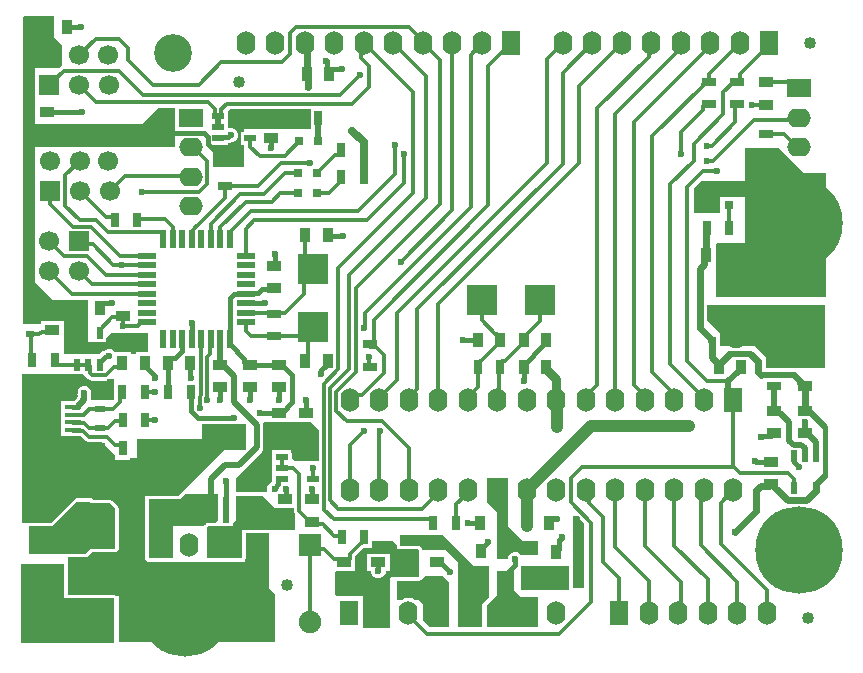
<source format=gtl>
G04*
G04 #@! TF.GenerationSoftware,Altium Limited,Altium Designer,22.5.1 (42)*
G04*
G04 Layer_Physical_Order=1*
G04 Layer_Color=255*
%FSLAX44Y44*%
%MOMM*%
G71*
G04*
G04 #@! TF.SameCoordinates,34FB0FCD-49E4-40E2-9EDC-7902339FC661*
G04*
G04*
G04 #@! TF.FilePolarity,Positive*
G04*
G01*
G75*
%ADD12C,0.6000*%
%ADD13C,0.3000*%
%ADD14C,0.4000*%
%ADD15R,0.6858X0.5588*%
%ADD16R,1.9000X1.9000*%
%ADD17R,1.4000X1.6000*%
%ADD18R,1.3500X0.4000*%
%ADD19R,0.6000X2.2000*%
%ADD20R,3.5000X2.2000*%
%ADD21R,1.3000X0.9000*%
%ADD22R,1.5000X0.5500*%
%ADD23R,0.5500X1.5000*%
%ADD24R,1.0000X0.5500*%
%ADD25R,0.5500X1.0000*%
%ADD26R,2.7000X2.0000*%
%ADD27R,1.6000X3.0000*%
%ADD28R,0.8000X0.8000*%
%ADD29R,1.3000X0.7000*%
%ADD30R,0.7000X1.3000*%
%ADD31R,0.9000X0.6000*%
%ADD32R,2.5000X2.6000*%
%ADD33R,2.6000X2.5000*%
%ADD34R,0.9000X1.3000*%
%ADD64R,1.9000X1.9000*%
%ADD65C,1.9000*%
%ADD68C,1.0160*%
%ADD69C,0.5000*%
%ADD70C,0.8000*%
%ADD71C,1.0000*%
%ADD72C,0.7000*%
%ADD73O,1.6000X2.0000*%
%ADD74R,1.6000X2.0000*%
%ADD75R,2.0000X1.6000*%
%ADD76O,2.0000X1.6000*%
%ADD77C,3.0000*%
G04:AMPARAMS|DCode=78|XSize=2mm|YSize=1.2mm|CornerRadius=0.36mm|HoleSize=0mm|Usage=FLASHONLY|Rotation=0.000|XOffset=0mm|YOffset=0mm|HoleType=Round|Shape=RoundedRectangle|*
%AMROUNDEDRECTD78*
21,1,2.0000,0.4800,0,0,0.0*
21,1,1.2800,1.2000,0,0,0.0*
1,1,0.7200,0.6400,-0.2400*
1,1,0.7200,-0.6400,-0.2400*
1,1,0.7200,-0.6400,0.2400*
1,1,0.7200,0.6400,0.2400*
%
%ADD78ROUNDEDRECTD78*%
%ADD79R,1.7000X1.7000*%
%ADD80C,1.7000*%
%ADD81C,3.2000*%
%ADD82C,7.4000*%
%ADD83C,0.6000*%
G36*
X246500Y435500D02*
X246000Y435000D01*
X190000D01*
Y433250D01*
X187500D01*
Y421750D01*
X190000D01*
Y403000D01*
X164000D01*
Y420000D01*
X163423Y420577D01*
X163909Y421750D01*
X176500D01*
Y423152D01*
X176709D01*
X178660Y423540D01*
X179348Y424000D01*
X180194D01*
X182399Y424913D01*
X184087Y426601D01*
X185000Y428806D01*
Y431194D01*
X184087Y433399D01*
X182399Y435087D01*
X180194Y436000D01*
X177806D01*
X177556Y435896D01*
X176500Y436602D01*
Y440750D01*
Y451011D01*
X177901Y452412D01*
X246500D01*
Y435500D01*
D02*
G37*
G36*
X664000Y398000D02*
X683000D01*
Y293000D01*
X590000D01*
Y338000D01*
X591000Y339000D01*
X614000D01*
Y378000D01*
X593000D01*
Y364000D01*
X571000D01*
Y385000D01*
X577000Y391000D01*
X614000D01*
Y419000D01*
X643000D01*
X664000Y398000D01*
D02*
G37*
G36*
X29000Y513000D02*
X36000Y506000D01*
Y489000D01*
X35687Y488688D01*
X35644Y488679D01*
X34156Y487684D01*
X33471Y487000D01*
X13000D01*
Y440000D01*
X104000D01*
X117412Y453412D01*
X132000D01*
Y434000D01*
X131348Y433000D01*
X130000D01*
X132000Y431000D01*
Y420721D01*
X131905Y420000D01*
X13000D01*
Y306000D01*
X28000Y291000D01*
X58000D01*
Y266000D01*
Y255000D01*
X70000D01*
X70000Y255000D01*
X73750D01*
Y258750D01*
X78000Y263000D01*
X109000D01*
Y246500D01*
X98500D01*
Y245000D01*
X94500D01*
Y246500D01*
X80985D01*
X79399Y248086D01*
X77193Y249000D01*
X74806D01*
X72601Y248086D01*
X72196Y247681D01*
X70416Y247327D01*
X68762Y246222D01*
X67540Y245000D01*
X38000D01*
Y270000D01*
X37500D01*
Y272500D01*
X18500D01*
Y270000D01*
X4000D01*
X3000Y271000D01*
Y530000D01*
X4000Y531000D01*
X29000D01*
Y513000D01*
D02*
G37*
G36*
X682000Y233000D02*
X656591D01*
X656000Y233118D01*
X655409Y233000D01*
X632000D01*
Y242000D01*
X622000Y252000D01*
X593000D01*
Y263000D01*
X582118Y273883D01*
Y286000D01*
X682000D01*
Y233000D01*
D02*
G37*
G36*
X55402Y226598D02*
X56127Y225513D01*
X57884Y223756D01*
X59373Y222761D01*
X61129Y222412D01*
X73000D01*
X74756Y222761D01*
X76244Y223756D01*
X76489Y224000D01*
X80000D01*
Y206000D01*
X60416D01*
Y209398D01*
X61000Y210807D01*
Y213193D01*
X60086Y215399D01*
X58399Y217087D01*
X56193Y218000D01*
X53807D01*
X51601Y217087D01*
X49913Y215399D01*
X49000Y213193D01*
Y210807D01*
X49201Y210321D01*
Y208416D01*
X48913Y208128D01*
X48521Y207181D01*
X46438Y205098D01*
X45000D01*
X44507Y205000D01*
X35250D01*
Y197000D01*
X35000D01*
Y176000D01*
X35250D01*
Y175500D01*
X45057D01*
X45500Y175412D01*
X52000D01*
Y175000D01*
X56000Y171000D01*
X56887D01*
X57244Y170761D01*
X59000Y170412D01*
X69588D01*
X81000Y159000D01*
Y155500D01*
X94000D01*
Y157000D01*
X100000D01*
Y173000D01*
X154000D01*
X155000Y174000D01*
Y185902D01*
X178629D01*
X180807Y185000D01*
X183193D01*
X185399Y185913D01*
X185485Y186000D01*
X192000D01*
Y165067D01*
X190933Y164000D01*
X174000D01*
X138819Y128819D01*
X138432Y128560D01*
X137837Y128163D01*
X137837Y128163D01*
X134733Y125059D01*
X110000D01*
X109705Y125000D01*
X106000D01*
Y71000D01*
X108000Y69000D01*
X109705D01*
X110000Y68941D01*
X129000D01*
X129000Y68941D01*
X129295Y69000D01*
X191000D01*
Y70928D01*
X191326Y71416D01*
X191559Y72587D01*
Y92559D01*
X191941Y92941D01*
X211000D01*
Y47000D01*
X216000Y42000D01*
Y1000D01*
X84000D01*
Y40000D01*
X82272D01*
X82163Y40163D01*
X81171Y40826D01*
X80000Y41059D01*
X41059D01*
Y67000D01*
X41000Y67295D01*
Y70000D01*
Y72941D01*
X56000D01*
X57171Y73174D01*
X57568Y73440D01*
X58163Y73837D01*
X58163Y73837D01*
X61267Y76941D01*
X81000D01*
X82170Y77174D01*
X83163Y77837D01*
X83826Y78829D01*
X84059Y80000D01*
Y114000D01*
X84059Y114000D01*
X83826Y115170D01*
X83163Y116163D01*
X83163Y116163D01*
X78663Y120663D01*
X77670Y121326D01*
X76500Y121559D01*
X76500Y121559D01*
X62566D01*
X62163Y122163D01*
X61171Y122826D01*
X60000Y123059D01*
X49000D01*
X49000Y123059D01*
X47829Y122826D01*
X46837Y122163D01*
X46837Y122163D01*
X26733Y102059D01*
X8000D01*
X6830Y101826D01*
X2174D01*
X2000Y102000D01*
Y228000D01*
X54000D01*
X55402Y226598D01*
D02*
G37*
G36*
X253412Y180588D02*
Y154000D01*
X233000D01*
X231000Y156000D01*
Y161000D01*
X230000Y162000D01*
Y163750D01*
X214000D01*
Y152250D01*
Y138743D01*
X213902Y138250D01*
Y136653D01*
X213855Y136606D01*
X212601Y136087D01*
X210913Y134399D01*
X210000Y132193D01*
Y129806D01*
X210236Y129236D01*
X209000Y128000D01*
X206296D01*
X206000Y128059D01*
X206000Y128059D01*
X183000D01*
Y140000D01*
X205000Y162000D01*
Y162223D01*
X206181Y163990D01*
X206608Y166136D01*
Y185000D01*
X206405Y186018D01*
X207211Y187000D01*
X247000D01*
X253412Y180588D01*
D02*
G37*
G36*
X168000Y103971D02*
X166087Y102059D01*
X159900D01*
X159897Y102058D01*
X159894Y102059D01*
X159314Y101942D01*
X158729Y101826D01*
X158727Y101824D01*
X158724Y101824D01*
X158236Y101496D01*
X157737Y101163D01*
X157735Y101161D01*
X157733Y101159D01*
X156837Y100260D01*
X156835Y100257D01*
X156833Y100256D01*
X156506Y99763D01*
X156175Y99266D01*
X156175Y99263D01*
X156173Y99261D01*
X156122Y99000D01*
X130000D01*
Y73000D01*
X129000Y72000D01*
X110000D01*
Y122000D01*
X136000D01*
X140000Y126000D01*
X168000D01*
Y103971D01*
D02*
G37*
G36*
X60000Y118500D02*
X76500D01*
X81000Y114000D01*
Y80000D01*
X60000D01*
X56000Y76000D01*
X8000D01*
Y99000D01*
X28000D01*
X49000Y120000D01*
X60000D01*
Y118500D01*
D02*
G37*
G36*
X414000Y99000D02*
X426000Y87000D01*
X439000D01*
Y75000D01*
X424485D01*
X423399Y76087D01*
X421194Y77000D01*
X418806D01*
X416601Y76087D01*
X415515Y75000D01*
X415000D01*
Y74485D01*
X414913Y74399D01*
X414000Y72193D01*
Y71000D01*
X404000D01*
Y111000D01*
X396000Y119000D01*
Y140000D01*
X414000D01*
Y99000D01*
D02*
G37*
G36*
X215500Y115500D02*
Y114500D01*
X232412D01*
Y112000D01*
X232761Y110244D01*
X233000Y109887D01*
Y96000D01*
X189000D01*
Y95500D01*
X188500D01*
Y72587D01*
X159092D01*
X159003Y98100D01*
X159900Y99000D01*
X181000D01*
Y102000D01*
X183000Y104000D01*
Y125000D01*
X206000D01*
X215500Y115500D01*
D02*
G37*
G36*
X478000Y101704D02*
X478000Y47000D01*
X469000D01*
Y108000D01*
X471704D01*
X478000Y101704D01*
D02*
G37*
G36*
X465000Y45000D02*
X425000D01*
Y65000D01*
X465000D01*
Y45000D01*
D02*
G37*
G36*
X419000Y45000D02*
X425000Y39000D01*
X439000D01*
Y14000D01*
X396000D01*
Y32000D01*
X404000Y40000D01*
Y61000D01*
X419000D01*
Y45000D01*
D02*
G37*
G36*
X385000Y65000D02*
X398000D01*
Y39000D01*
X392000Y33000D01*
Y14000D01*
X371000D01*
X371000Y58807D01*
X371000Y58807D01*
Y61193D01*
X371000Y61193D01*
Y69000D01*
X361000Y79000D01*
X341059D01*
X340826Y80170D01*
X340163Y81163D01*
X340163Y81163D01*
X339663Y81663D01*
X338671Y82326D01*
X337500Y82559D01*
X337500Y82559D01*
X323341D01*
X322559Y83500D01*
X322326Y84670D01*
X322000Y85158D01*
Y92000D01*
X358000D01*
X385000Y65000D01*
D02*
G37*
G36*
X364000Y52000D02*
Y14000D01*
X348000D01*
X342000Y20000D01*
Y33000D01*
X338000Y37000D01*
X334958D01*
X334948Y37009D01*
X332272Y38117D01*
X329400Y38495D01*
X326528Y38117D01*
X323853Y37009D01*
X323842Y37000D01*
X320000D01*
Y52941D01*
X338000D01*
X338296Y53000D01*
X339000D01*
X339181Y53181D01*
X340163Y53837D01*
X340819Y54819D01*
X343000Y57000D01*
X359000D01*
X364000Y52000D01*
D02*
G37*
G36*
X316000Y87000D02*
X319500Y83500D01*
Y79500D01*
X337500D01*
X338000Y79000D01*
Y56000D01*
X315000D01*
X314000Y55000D01*
Y13000D01*
X291000D01*
Y40000D01*
X269000D01*
X267000Y42000D01*
Y60000D01*
X268000Y61000D01*
X284500D01*
Y73500D01*
X291500Y80500D01*
X298500D01*
Y87000D01*
X316000Y87000D01*
D02*
G37*
G36*
X38000Y38000D02*
X80000D01*
Y1000D01*
X79000Y0D01*
X1000D01*
Y67000D01*
X38000D01*
Y38000D01*
D02*
G37*
%LPC*%
G36*
X313500Y76000D02*
X294500D01*
Y61000D01*
X298000D01*
Y59806D01*
X298913Y57601D01*
X300601Y55914D01*
X302806Y55000D01*
X305194D01*
X307399Y55914D01*
X309087Y57601D01*
X310000Y59806D01*
Y61000D01*
X313500D01*
Y76000D01*
D02*
G37*
%LPD*%
D12*
X634500Y133000D02*
X636000Y134500D01*
X627515Y133000D02*
X634500D01*
X624000Y112000D02*
Y129485D01*
X627515Y133000D01*
X580000Y327500D02*
X581500Y329000D01*
X576000Y266808D02*
Y317000D01*
X580000Y321000D02*
Y327500D01*
X576000Y266808D02*
X584571Y258237D01*
X576000Y317000D02*
X580000Y321000D01*
X581750Y327250D02*
Y351750D01*
X665000Y197000D02*
X666500Y195500D01*
X650493Y121000D02*
X666250D01*
X640000Y131493D02*
X650493Y121000D01*
X606000Y94000D02*
X624000Y112000D01*
X666250Y121000D02*
X674500Y129250D01*
X656000Y227000D02*
X661000Y222000D01*
X625000Y229929D02*
Y239000D01*
Y229929D02*
X627929Y227000D01*
X674500Y131500D02*
Y133750D01*
X661000Y220000D02*
Y222000D01*
X663000Y218000D02*
X665000D01*
X661000Y220000D02*
X663000Y218000D01*
X619000Y245000D02*
X625000Y239000D01*
X674500Y129250D02*
Y131500D01*
X592000Y236000D02*
X601000Y245000D01*
X586000Y242000D02*
Y256808D01*
X665000Y197000D02*
Y218000D01*
X592000Y234000D02*
Y236000D01*
X586000Y242000D02*
X592000Y236000D01*
X581750Y351750D02*
X582000Y352000D01*
X244000Y471000D02*
Y481500D01*
X243750Y481750D02*
X244000Y481500D01*
X243500Y482000D02*
Y501354D01*
X241560Y503294D02*
X243500Y501354D01*
X241560Y503294D02*
Y508000D01*
D13*
X658000Y443000D02*
X660000Y445000D01*
X622000Y443000D02*
X658000D01*
X619500Y440500D02*
X622000Y443000D01*
X609925Y481743D02*
X627682Y499500D01*
X635000Y506000D02*
Y508000D01*
X627682Y499500D02*
X628500D01*
X608000Y475500D02*
Y475575D01*
X628500Y499500D02*
X635000Y506000D01*
X608000Y475575D02*
X609925Y477500D01*
Y481743D01*
X582000Y421000D02*
X582303Y421303D01*
X586303D02*
X606000Y441000D01*
X582303Y421303D02*
X586303D01*
X229000Y499000D02*
Y517000D01*
X222000Y492000D02*
X229000Y499000D01*
Y517000D02*
X234000Y522000D01*
X329560D01*
X382000Y369000D02*
Y498440D01*
X292574Y279574D02*
X382000Y369000D01*
X292574Y267574D02*
Y279574D01*
X397000Y371000D02*
Y488440D01*
X300000Y274000D02*
X397000Y371000D01*
X300000Y255000D02*
Y274000D01*
X320000Y280000D02*
X447000Y407000D01*
X320000Y223220D02*
Y280000D01*
X447000Y407000D02*
Y495000D01*
X460000Y406000D02*
Y483000D01*
X337000Y283000D02*
X460000Y406000D01*
X337000Y215452D02*
Y283000D01*
X474000Y407000D02*
Y472000D01*
X354520Y205740D02*
Y287520D01*
X474000Y407000D01*
X323000Y323000D02*
X366560Y366560D01*
Y508000D01*
X268000Y212483D02*
X285000Y229483D01*
X268000Y197000D02*
Y212483D01*
X285000Y229483D02*
Y301000D01*
X279000Y232000D02*
Y312000D01*
X263000Y216000D02*
X279000Y232000D01*
X263000Y121000D02*
Y216000D01*
X270000Y231808D02*
Y318000D01*
X333000Y381000D01*
X258000Y219808D02*
X270000Y231808D01*
X279000Y312000D02*
X344000Y377000D01*
X285000Y301000D02*
X356000Y372000D01*
X292000Y267000D02*
X292574Y267574D01*
X296000Y235000D02*
Y242000D01*
Y235000D02*
X297000Y234000D01*
X348500Y105000D02*
X350500Y103000D01*
X266000Y105000D02*
X348500D01*
X350500Y102000D02*
Y103000D01*
X270000Y114000D02*
X340980D01*
X354520Y127540D01*
X263000Y121000D02*
X270000Y114000D01*
X258000Y113000D02*
Y219808D01*
Y113000D02*
X266000Y105000D01*
X250182Y100818D02*
X257182D01*
X266757Y91243D02*
X271757D01*
X248000Y103000D02*
X250182Y100818D01*
X271757Y91243D02*
X273000Y90000D01*
X257182Y100818D02*
X266757Y91243D01*
X246000Y103000D02*
X248000D01*
X268000Y197000D02*
X277000Y188000D01*
X307000D01*
X610157Y233157D02*
X611000Y234000D01*
X610157Y232000D02*
Y233157D01*
X600157Y210103D02*
X604520Y205740D01*
X582000Y222000D02*
X600157D01*
X565000Y239000D02*
Y386000D01*
Y239000D02*
X582000Y222000D01*
X610520Y144000D02*
X651000D01*
X604520Y150000D02*
X610520Y144000D01*
X604520Y150000D02*
Y205740D01*
X565000Y386000D02*
X579000Y400000D01*
X591000D01*
X601000Y352000D02*
Y371000D01*
X655500Y131500D02*
Y139500D01*
X651000Y144000D02*
X655500Y139500D01*
X594000Y84000D02*
Y119020D01*
Y84000D02*
X633000Y45000D01*
Y25400D02*
Y45000D01*
X571000Y423000D02*
X596000Y448000D01*
X551000Y388500D02*
X571000Y408500D01*
Y423000D01*
X560000Y414000D02*
Y432500D01*
X581000Y456500D02*
X584000D01*
X579000Y454500D02*
X581000Y456500D01*
X579000Y451500D02*
Y454500D01*
X560000Y432500D02*
X579000Y451500D01*
X581000Y475500D02*
X584000D01*
X536000Y429243D02*
X579000Y472243D01*
Y473500D02*
X581000Y475500D01*
X579000Y472243D02*
Y473500D01*
X536000Y229778D02*
Y429243D01*
X520000Y218997D02*
Y441000D01*
X585000Y506000D01*
X560000Y504000D02*
Y508000D01*
X504520Y205740D02*
Y448520D01*
X560000Y504000D01*
X532661Y496661D02*
Y505661D01*
X489000Y218997D02*
Y453000D01*
X532661Y505661D02*
X535000Y508000D01*
X489000Y453000D02*
X532661Y496661D01*
X356000Y372000D02*
Y493560D01*
X474000Y472000D02*
X510000Y508000D01*
X460000Y483000D02*
X485000Y508000D01*
X447000Y495000D02*
X460000Y508000D01*
X397000Y488440D02*
X416560Y508000D01*
X382000Y498440D02*
X391560Y508000D01*
X551000Y236260D02*
Y388500D01*
Y236260D02*
X579520Y207740D01*
X536000Y229778D02*
X554520Y211258D01*
X520000Y218997D02*
X529520Y209477D01*
X479520Y209517D02*
X489000Y218997D01*
X479520Y205740D02*
Y209517D01*
X529520Y205740D02*
Y209477D01*
X554520Y205740D02*
Y211258D01*
X344000Y377000D02*
Y480560D01*
X467000Y140000D02*
X476000Y149000D01*
X604520D01*
X467000Y119192D02*
X484000Y102192D01*
X467000Y119192D02*
Y140000D01*
X494000Y69000D02*
X508000Y55000D01*
X494000Y69000D02*
Y107000D01*
X482007Y118993D02*
X494000Y107000D01*
X508000Y25400D02*
Y55000D01*
X533000Y25400D02*
Y53040D01*
X504520Y81520D02*
X533000Y53040D01*
X504520Y81520D02*
Y129540D01*
X560000Y27400D02*
Y52040D01*
X529520Y82520D02*
X560000Y52040D01*
X529520Y82520D02*
Y129540D01*
X583000Y25400D02*
Y54040D01*
X554520Y82520D02*
Y129540D01*
Y82520D02*
X583000Y54040D01*
X577000Y83000D02*
X608000Y52000D01*
X577033Y119315D02*
Y127053D01*
X577000Y83000D02*
Y119283D01*
X608000Y25400D02*
Y52000D01*
X577033Y127053D02*
X579520Y129540D01*
X577000Y119283D02*
X577033Y119315D01*
X558000Y25400D02*
X560000Y27400D01*
X484000Y35000D02*
Y102192D01*
X482007Y118993D02*
Y127053D01*
X479520Y129540D02*
X482007Y127053D01*
X457000Y8000D02*
X484000Y35000D01*
X345000Y8000D02*
X457000D01*
X275000Y68500D02*
X276523D01*
X289182Y85000D02*
X290000D01*
X279523Y75341D02*
X289182Y85000D01*
X290000D02*
X292000Y87000D01*
X276523Y68500D02*
X279523Y71500D01*
Y75341D01*
X292000Y87000D02*
Y90000D01*
X60750Y352360D02*
X62800Y350310D01*
X45640Y352360D02*
X60750D01*
X85000Y328000D02*
X108000D01*
X62800Y350200D02*
X85000Y328000D01*
X62800Y350200D02*
Y350310D01*
X64901Y358099D02*
X75000Y348000D01*
X120750D01*
X50901Y358099D02*
X64901D01*
X39000Y370000D02*
X50901Y358099D01*
X39000Y370000D02*
Y396400D01*
X25600Y383000D02*
X26243Y382357D01*
Y371757D02*
Y382357D01*
Y371757D02*
X45640Y352360D01*
X68000Y265250D02*
X78757Y276007D01*
X87007D02*
X88000Y277000D01*
X78757Y276007D02*
X87007D01*
X100250Y269000D02*
X103250Y272000D01*
X108000D01*
X88000Y269000D02*
X100250D01*
X25400Y314960D02*
X44360Y296000D01*
X108000D01*
X50800Y340360D02*
X53203Y337957D01*
X79426Y320574D02*
X86426D01*
X53203Y337957D02*
X62043D01*
X79426Y320574D01*
X73000Y312000D02*
X108000D01*
X57000Y328000D02*
X73000Y312000D01*
X37760Y328000D02*
X57000D01*
X61760Y304000D02*
X108000D01*
X50800Y314960D02*
X61760Y304000D01*
X86426Y320574D02*
X87000Y320000D01*
X79000Y361000D02*
X81000Y359000D01*
X51000Y383000D02*
X73000Y361000D01*
X81000Y358000D02*
Y359000D01*
X73000Y361000D02*
X79000D01*
X224500Y412500D02*
X237000Y425000D01*
X203500Y412500D02*
X224500D01*
X270500Y393000D02*
X272500Y395000D01*
X262000Y381000D02*
X270500Y389500D01*
X252000Y381000D02*
X262000D01*
X270500Y389500D02*
Y393000D01*
X214000Y374000D02*
X221000Y381000D01*
X192000Y374000D02*
X214000D01*
X221000Y381000D02*
X236000D01*
X187000Y380000D02*
X207000D01*
X225000Y398000D02*
X236000D01*
X207000Y380000D02*
X225000Y398000D01*
X252000D02*
X267068Y413068D01*
X270500D02*
X272500Y415068D01*
X267068Y413068D02*
X270500D01*
X272500Y415068D02*
Y418000D01*
X170993Y447750D02*
Y451993D01*
X176000Y457000D02*
X282000D01*
X170993Y451993D02*
X176000Y457000D01*
X166693Y446500D02*
X169743D01*
X160000Y458000D02*
X165443Y452557D01*
X65240Y458000D02*
X160000D01*
X165443Y447750D02*
Y452557D01*
X296000Y471000D02*
Y488363D01*
X282000Y457000D02*
X296000Y471000D01*
X289106Y495257D02*
X296000Y488363D01*
X50800Y472440D02*
X65240Y458000D01*
X169743Y446500D02*
X170993Y447750D01*
X165443D02*
X166693Y446500D01*
X195500Y420500D02*
X203500Y412500D01*
X195500Y420500D02*
Y427500D01*
X244000Y240800D02*
Y262680D01*
X241960Y238760D02*
X244000Y240800D01*
X241960Y260640D02*
X245000Y263680D01*
X248920Y267600D01*
X152500Y199500D02*
X153000Y199000D01*
X152500Y199500D02*
Y208692D01*
X159000Y206000D02*
Y242000D01*
X161757Y244757D02*
Y257757D01*
X159000Y242000D02*
X161757Y244757D01*
X192000Y264000D02*
Y272000D01*
X196260Y259740D02*
X215900D01*
X192000Y264000D02*
X196260Y259740D01*
X179250Y349250D02*
X196000Y366000D01*
X287000D02*
X318000Y397000D01*
X196000Y366000D02*
X287000D01*
X192000Y351000D02*
X199000Y358000D01*
X294000D02*
X326000Y390000D01*
X199000Y358000D02*
X294000D01*
X326000Y390000D02*
Y414000D01*
X318000Y397000D02*
Y422000D01*
X147750Y350950D02*
X149800Y353000D01*
X150000D01*
X147750Y350750D02*
Y350950D01*
X146000Y342000D02*
X147250Y343250D01*
Y350250D02*
X147750Y350750D01*
X150000Y353000D02*
X174000Y377000D01*
X147250Y343250D02*
Y350250D01*
X174000Y377000D02*
Y387500D01*
X162000Y355000D02*
X187000Y380000D01*
X178000Y342000D02*
X179250Y343250D01*
Y349250D01*
X162000Y342000D02*
Y355000D01*
X170243Y342243D02*
Y352243D01*
X192000Y374000D01*
X170000Y342000D02*
X170243Y342243D01*
X123000Y359000D02*
X129757Y352243D01*
Y342243D02*
Y352243D01*
Y342243D02*
X130000Y342000D01*
X101000Y359000D02*
X123000D01*
X88000Y269000D02*
Y277000D01*
X289106Y505546D02*
X291560Y508000D01*
X289106Y495257D02*
Y505546D01*
X271137Y464000D02*
X288000Y480863D01*
Y481000D01*
X105000Y464000D02*
X271137D01*
X84560Y484440D02*
X105000Y464000D01*
X104000Y382000D02*
X152000D01*
X620000Y456000D02*
X632000D01*
X619500Y440308D02*
Y440500D01*
X587192Y408000D02*
X619500Y440308D01*
X582000Y408000D02*
X587192D01*
X152000Y473000D02*
X171000Y492000D01*
X113000Y473000D02*
X152000D01*
X92000Y494000D02*
X113000Y473000D01*
X221844Y407000D02*
X246000D01*
X202344Y387500D02*
X221844Y407000D01*
X174000Y387500D02*
X202344D01*
X594000Y119020D02*
X604520Y129540D01*
X152000Y382000D02*
X159000Y389000D01*
X147000Y420000D02*
X159000Y408000D01*
Y389000D02*
Y408000D01*
X144000Y396000D02*
X145000Y395000D01*
X76400Y383000D02*
X89400Y396000D01*
X144000D01*
X145000Y420000D02*
X147000D01*
X329400Y23600D02*
X345000Y8000D01*
X59371Y228757D02*
X61129Y227000D01*
X58500Y236000D02*
X59371Y235129D01*
Y228757D02*
Y235129D01*
X61129Y227000D02*
X73000D01*
X85318Y210818D02*
X87500Y213000D01*
X79000Y198000D02*
X85318Y204318D01*
X68000Y198000D02*
X79000D01*
X85318Y204318D02*
Y210818D01*
X59071Y182000D02*
X68000D01*
X68243Y182243D01*
X75243D01*
X81257Y188257D01*
X86757D01*
X87500Y189000D01*
Y165000D02*
Y165743D01*
X85500Y167743D02*
X87500Y165743D01*
X59000Y175000D02*
X74000D01*
X81257Y167743D02*
X85500D01*
X74000Y175000D02*
X81257Y167743D01*
X54500Y193500D02*
X59000Y198000D01*
X68000D01*
X45000Y193500D02*
X54500D01*
X231500Y148500D02*
X237000Y143000D01*
X222000Y148500D02*
X231500D01*
X237000Y112000D02*
Y143000D01*
Y112000D02*
X246000Y103000D01*
X73000Y227000D02*
X79757Y233757D01*
X54000Y180000D02*
X59000Y175000D01*
X54571Y186500D02*
X59071Y182000D01*
X45000Y187000D02*
X45500Y186500D01*
X45000Y180500D02*
X45500Y180000D01*
X54000D01*
X45500Y186500D02*
X54571D01*
X87000Y320000D02*
X108000D01*
X108000Y320000D01*
X249000Y139000D02*
Y148000D01*
X222000Y148500D02*
Y158000D01*
X272068Y71432D02*
X275000Y68500D01*
X249243Y79757D02*
X258243D01*
X266568Y71432D02*
X272068D01*
X246000Y83000D02*
X249243Y79757D01*
X258243D02*
X266568Y71432D01*
X246000Y18000D02*
Y83000D01*
X379520Y127540D02*
Y129540D01*
X369500Y117520D02*
X379520Y127540D01*
X369500Y102000D02*
Y117520D01*
X152500Y208692D02*
X154000Y210192D01*
Y258000D01*
X161757Y257757D02*
X162000Y258000D01*
X106500Y189000D02*
X115000D01*
X106000Y213000D02*
X115000D01*
X79757Y233757D02*
X84000D01*
X87000Y236757D01*
Y237000D01*
X32000Y236000D02*
X49000D01*
X30000Y238000D02*
X32000Y236000D01*
X30000Y238000D02*
Y240000D01*
X49000Y236000D02*
X58500D01*
X16929Y261616D02*
X18757Y263444D01*
X26444D01*
X28000Y265000D01*
X9000Y261616D02*
X16929D01*
X10000Y241000D02*
X11000Y240000D01*
X9000Y261616D02*
X10000Y260616D01*
Y241000D02*
Y260616D01*
X68000Y263000D02*
Y265250D01*
X225002Y280002D02*
X241000Y296000D01*
Y308680D01*
X215900Y278740D02*
X217162Y280002D01*
X225002D01*
X241000Y308680D02*
X248920Y316600D01*
X241960Y323560D02*
Y345440D01*
Y323560D02*
X248920Y316600D01*
X214917Y259740D02*
X241060D01*
X241960Y260640D01*
X192000Y280000D02*
X192630Y279370D01*
X215270D01*
X215900Y278740D01*
X25400Y340360D02*
X37760Y328000D01*
X100000Y358000D02*
X101000Y359000D01*
X39000Y396400D02*
X51000Y408400D01*
X120750Y348000D02*
X122000Y346750D01*
Y342000D02*
Y346750D01*
X333000Y381000D02*
Y466560D01*
X306884Y492676D02*
X333000Y466560D01*
X291560Y508000D02*
X306884Y492676D01*
Y492676D02*
Y492676D01*
X37400Y484440D02*
X84560D01*
X25400Y472440D02*
X37400Y484440D01*
X171000Y492000D02*
X222000D01*
X329560Y522000D02*
X341560Y510000D01*
Y508000D02*
Y510000D01*
X84000Y512000D02*
X92000Y504000D01*
Y494000D02*
Y504000D01*
X64960Y512000D02*
X84000D01*
X50800Y497840D02*
X64960Y512000D01*
X405760Y206980D02*
Y232760D01*
X407000Y234000D01*
X404520Y205740D02*
X405760Y206980D01*
X379520Y205740D02*
Y208458D01*
X388000Y216938D02*
Y234000D01*
X379520Y208458D02*
X388000Y216938D01*
X407000Y237000D02*
X409000Y239000D01*
X407000Y234000D02*
Y237000D01*
X427000Y255000D02*
Y257000D01*
X411000Y239000D02*
X427000Y255000D01*
X409000Y239000D02*
X411000D01*
X427000Y257000D02*
Y259000D01*
X440500Y272500D02*
Y291000D01*
X427000Y259000D02*
X440500Y272500D01*
X388000Y234000D02*
Y237000D01*
X407000Y255000D02*
Y257000D01*
X391000Y239000D02*
X407000Y255000D01*
X390000Y239000D02*
X391000D01*
X388000Y237000D02*
X390000Y239000D01*
X391500Y273500D02*
Y291000D01*
Y273500D02*
X403000Y262000D01*
X404000D01*
X407000Y259000D01*
Y257000D02*
Y259000D01*
X647000Y431000D02*
X658000Y420000D01*
X660000D01*
X632000Y431000D02*
X647000D01*
X655000Y475000D02*
X660000Y470000D01*
X632000Y475000D02*
X655000D01*
X606000Y441000D02*
Y454500D01*
X596000Y448000D02*
Y466500D01*
X606000Y454500D02*
X608000Y456500D01*
X329400Y23600D02*
Y25400D01*
X192000Y328000D02*
Y351000D01*
X316560Y508000D02*
X344000Y480560D01*
X341560Y508000D02*
X356000Y493560D01*
X304760Y129780D02*
Y179760D01*
X305000Y180000D01*
X304520Y129540D02*
X304760Y129780D01*
X329520Y129540D02*
Y165480D01*
X307000Y188000D02*
X329520Y165480D01*
X304520Y207740D02*
X320000Y223220D01*
X304520Y205740D02*
Y207740D01*
X329520Y205740D02*
Y207972D01*
X337000Y215452D01*
X297000Y253000D02*
X298000D01*
X300000Y255000D01*
X289969Y209969D02*
X309000Y229000D01*
Y244000D01*
X283749Y209969D02*
X289969D01*
X279520Y205740D02*
X283749Y209969D01*
X279520Y167520D02*
X292000Y180000D01*
X279520Y129540D02*
Y167520D01*
X296091Y252091D02*
X297182Y251000D01*
X302000D02*
X309000Y244000D01*
X297182Y251000D02*
X302000D01*
X354520Y127540D02*
Y129540D01*
X596000Y466500D02*
X605000Y475500D01*
X608000D01*
X579520Y205740D02*
Y207740D01*
X584000Y482000D02*
X610000Y508000D01*
X584000Y475500D02*
Y482000D01*
X585000Y506000D02*
Y508000D01*
D14*
X260383Y484117D02*
X262500Y482000D01*
X260383Y484117D02*
Y492617D01*
X260000Y493000D02*
X260383Y492617D01*
X262500Y483500D02*
X265000Y486000D01*
X273000D01*
X262500Y482000D02*
Y483500D01*
X255383Y228383D02*
Y231183D01*
X260960Y236760D01*
Y238760D01*
X255000Y228000D02*
X255383Y228383D01*
X682000Y141250D02*
Y183000D01*
X656250Y153291D02*
X660000Y149541D01*
X656250Y153291D02*
Y155500D01*
X655500Y156250D02*
Y158500D01*
Y156250D02*
X656250Y155500D01*
X660000Y149000D02*
Y149541D01*
X446000Y232000D02*
Y234000D01*
X175000Y113000D02*
Y137000D01*
X419617Y66117D02*
Y70617D01*
X420000Y71000D01*
X409500Y52000D02*
Y56000D01*
X419617Y66117D01*
X304000Y61000D02*
Y68500D01*
X159500Y423093D02*
X169507Y413086D01*
Y408000D02*
Y413086D01*
X159500Y423093D02*
Y428500D01*
X169507Y408000D02*
X171007Y406500D01*
X174000D01*
X127000Y432000D02*
X156000D01*
X123000Y428000D02*
X127000Y432000D01*
X156000D02*
X159500Y428500D01*
X176709Y428250D02*
X178459Y430000D01*
X179000D01*
X169250Y428250D02*
X176709D01*
X168500Y427500D02*
X169250Y428250D01*
X45000Y200000D02*
X49750D01*
X145000Y197000D02*
X151000Y191000D01*
X145000Y197000D02*
Y213000D01*
X151000Y191000D02*
X182000D01*
X178000Y258000D02*
Y292219D01*
X181523Y295742D01*
X191742D02*
X192368Y296368D01*
X181523Y295742D02*
X191742D01*
X205743Y299743D02*
X215263D01*
X202368Y296368D02*
X205743Y299743D01*
X192368Y296368D02*
X202368D01*
X215263Y299743D02*
X215900Y300380D01*
X204000Y195000D02*
X222000D01*
X204000Y195000D02*
X204000Y195000D01*
X213000Y419000D02*
Y427500D01*
X629041Y175500D02*
X636500D01*
X628541Y175000D02*
X629041Y175500D01*
X628000Y175000D02*
X628541D01*
X636500Y175500D02*
X639000Y178000D01*
X23000Y450000D02*
X53000D01*
X396500Y86000D02*
X397000D01*
X390500Y80000D02*
X396500Y86000D01*
X390500Y78000D02*
Y80000D01*
X457000Y79500D02*
Y87459D01*
X454500Y77000D02*
X457000Y79500D01*
Y87459D02*
X459000Y89459D01*
Y90000D01*
X451000Y105000D02*
X455000D01*
X448500Y102500D02*
X451000Y105000D01*
X448500Y102000D02*
Y102500D01*
X427000Y222000D02*
Y234000D01*
X243000Y195000D02*
Y206000D01*
X220000D02*
Y217000D01*
X222000Y236000D02*
X231000Y227000D01*
Y204000D02*
Y227000D01*
X222000Y195000D02*
X231000Y204000D01*
X220000Y236000D02*
X222000D01*
X195000D02*
X220000D01*
X146000Y258000D02*
Y271000D01*
X427224Y208036D02*
X429520Y205740D01*
X388000Y257000D02*
X388000Y257000D01*
X376000Y257000D02*
X388000D01*
X427000Y236000D02*
X443500Y252500D01*
Y254500D01*
X446000Y257000D01*
X70500Y288000D02*
X78000D01*
X68000Y284000D02*
Y285500D01*
X70500Y288000D01*
X114617Y225383D02*
Y226383D01*
X106000Y235000D02*
Y237000D01*
Y235000D02*
X114617Y226383D01*
Y225383D02*
X115000Y225000D01*
X144750Y225250D02*
X145000Y225000D01*
X144500Y237000D02*
X144750Y236750D01*
Y225250D02*
Y236750D01*
X195000Y206000D02*
Y217000D01*
X170000Y206000D02*
Y217000D01*
X208000Y288000D02*
X208000Y288000D01*
X192000Y288000D02*
X208000D01*
X215900Y319380D02*
X216000Y319480D01*
Y330000D01*
X260960Y345440D02*
X261400Y345000D01*
X274000D01*
X40500Y522000D02*
X52000D01*
X216000Y131000D02*
Y131541D01*
X219000Y134541D02*
Y138250D01*
X216000Y131541D02*
X219000Y134541D01*
Y138250D02*
X219750Y139000D01*
X623250Y153750D02*
X635750D01*
X623000Y154000D02*
X623250Y153750D01*
X635750D02*
X636000Y153500D01*
X380000Y102000D02*
X390000D01*
X354000Y68500D02*
X356000D01*
X364500Y60000D01*
X365000D01*
X219750Y139000D02*
X222000D01*
X248000Y122000D02*
Y131000D01*
X225000Y122000D02*
X226000Y123000D01*
Y131000D01*
X68000Y236000D02*
Y238250D01*
X72367Y242617D01*
X68000Y213000D02*
X69500D01*
X131500Y241500D02*
X137632Y247632D01*
Y257632D01*
X128000Y241500D02*
X131500D01*
X137632Y257632D02*
X138000Y258000D01*
X125500Y239000D02*
X128000Y241500D01*
X125500Y237000D02*
Y239000D01*
X125750Y213250D02*
Y236750D01*
X125500Y237000D02*
X125750Y236750D01*
Y213250D02*
X126000Y213000D01*
X190500Y238500D02*
X193000Y236000D01*
X178000Y253250D02*
Y258000D01*
Y253250D02*
X190500Y240750D01*
Y238500D02*
Y240750D01*
X193000Y236000D02*
X195000D01*
X170000D02*
X172000D01*
X148600Y111000D02*
X149600Y112000D01*
Y113000D01*
X124000Y111000D02*
X126000D01*
X70000Y20000D02*
X71000Y21000D01*
X22000Y55000D02*
X23000Y56000D01*
X243500Y482000D02*
X243750Y481750D01*
D15*
X9000Y261616D02*
D03*
Y286000D02*
D03*
X586000Y256808D02*
D03*
Y281192D02*
D03*
D16*
X18250Y175000D02*
D03*
Y199000D02*
D03*
X246000Y83000D02*
D03*
X201000D02*
D03*
D17*
X42750Y155000D02*
D03*
Y219000D02*
D03*
D18*
X45000Y174000D02*
D03*
Y180500D02*
D03*
Y187000D02*
D03*
Y193500D02*
D03*
Y200000D02*
D03*
D19*
X149600Y113000D02*
D03*
X162300D02*
D03*
X175000D02*
D03*
X187700D02*
D03*
X200400D02*
D03*
D20*
X175000Y175000D02*
D03*
D21*
X275000Y68500D02*
D03*
Y49500D02*
D03*
X170000Y236000D02*
D03*
Y217000D02*
D03*
X215900Y300380D02*
D03*
Y319380D02*
D03*
X195000Y236000D02*
D03*
Y217000D02*
D03*
X220000Y195000D02*
D03*
Y176000D02*
D03*
Y236000D02*
D03*
Y217000D02*
D03*
X23000Y431000D02*
D03*
Y450000D02*
D03*
X632000Y475000D02*
D03*
Y456000D02*
D03*
X126000Y111000D02*
D03*
Y130000D02*
D03*
X225000Y103000D02*
D03*
Y122000D02*
D03*
X304000Y49500D02*
D03*
Y68500D02*
D03*
X354000Y49500D02*
D03*
Y68500D02*
D03*
X213000Y446500D02*
D03*
Y427500D02*
D03*
X636000Y134500D02*
D03*
Y153500D02*
D03*
X243000Y176000D02*
D03*
Y195000D02*
D03*
X639000Y197000D02*
D03*
Y178000D02*
D03*
X248000Y103000D02*
D03*
Y122000D02*
D03*
X432000Y79500D02*
D03*
Y60500D02*
D03*
X88000Y258000D02*
D03*
Y277000D02*
D03*
X665000Y197000D02*
D03*
Y178000D02*
D03*
X28000Y284000D02*
D03*
Y265000D02*
D03*
X665000Y218000D02*
D03*
Y237000D02*
D03*
D22*
X108000Y312000D02*
D03*
Y272000D02*
D03*
Y296000D02*
D03*
Y320000D02*
D03*
Y288000D02*
D03*
Y280000D02*
D03*
Y328000D02*
D03*
Y304000D02*
D03*
X192000Y328000D02*
D03*
Y320000D02*
D03*
Y312000D02*
D03*
Y304000D02*
D03*
Y296000D02*
D03*
Y288000D02*
D03*
Y280000D02*
D03*
Y272000D02*
D03*
D23*
X170000Y258000D02*
D03*
X122000D02*
D03*
X130000Y342000D02*
D03*
X138000Y258000D02*
D03*
X146000D02*
D03*
X162000D02*
D03*
X154000Y342000D02*
D03*
X138000D02*
D03*
X154000Y258000D02*
D03*
X146000Y342000D02*
D03*
X178000Y258000D02*
D03*
X130000D02*
D03*
X122000Y342000D02*
D03*
X170000D02*
D03*
X162000D02*
D03*
X178000D02*
D03*
D24*
X168500Y446500D02*
D03*
Y437000D02*
D03*
Y427500D02*
D03*
X195500Y446500D02*
D03*
Y427500D02*
D03*
X249000Y139000D02*
D03*
Y158000D02*
D03*
X222000Y139000D02*
D03*
Y148500D02*
D03*
Y158000D02*
D03*
D25*
X68000Y263000D02*
D03*
X49000D02*
D03*
X68000Y236000D02*
D03*
X58500D02*
D03*
X49000D02*
D03*
X674500Y158500D02*
D03*
X665000D02*
D03*
X655500D02*
D03*
X674500Y131500D02*
D03*
X655500D02*
D03*
D26*
X23000Y56000D02*
D03*
Y88000D02*
D03*
D27*
X71000Y95500D02*
D03*
Y136500D02*
D03*
Y21000D02*
D03*
Y62000D02*
D03*
D28*
X585000Y371000D02*
D03*
X601000D02*
D03*
X237000Y425000D02*
D03*
X253000D02*
D03*
X236000Y398000D02*
D03*
X252000D02*
D03*
X236000Y381000D02*
D03*
X252000D02*
D03*
D29*
X174000Y387500D02*
D03*
Y406500D02*
D03*
X215900Y259740D02*
D03*
Y278740D02*
D03*
X608000Y456500D02*
D03*
Y475500D02*
D03*
X584000Y456500D02*
D03*
Y475500D02*
D03*
X632000Y412000D02*
D03*
Y431000D02*
D03*
X297000Y234000D02*
D03*
Y253000D02*
D03*
X639000Y236500D02*
D03*
Y217500D02*
D03*
X329000Y86000D02*
D03*
Y67000D02*
D03*
Y67000D02*
D03*
Y48000D02*
D03*
D30*
X272500Y418000D02*
D03*
X291500D02*
D03*
X272500Y395000D02*
D03*
X291500D02*
D03*
X100000Y358000D02*
D03*
X81000D02*
D03*
X87000Y213000D02*
D03*
X106000D02*
D03*
X87500Y189000D02*
D03*
X106500D02*
D03*
X87500Y165000D02*
D03*
X106500D02*
D03*
X369500Y102000D02*
D03*
X350500D02*
D03*
X253000Y445000D02*
D03*
X234000D02*
D03*
X407000Y234000D02*
D03*
X388000D02*
D03*
X601000Y352000D02*
D03*
X582000D02*
D03*
X11000Y240000D02*
D03*
X30000D02*
D03*
X292000Y90000D02*
D03*
X273000D02*
D03*
X126000Y213000D02*
D03*
X145000D02*
D03*
D31*
X68000D02*
D03*
Y198000D02*
D03*
Y167000D02*
D03*
Y182000D02*
D03*
D32*
X440500Y291000D02*
D03*
X391500D02*
D03*
D33*
X248920Y267600D02*
D03*
Y316600D02*
D03*
D34*
X125500Y237000D02*
D03*
X144500D02*
D03*
X241960Y345440D02*
D03*
X260960D02*
D03*
X241960Y238760D02*
D03*
X260960D02*
D03*
X390500Y54000D02*
D03*
X409500D02*
D03*
X21500Y522000D02*
D03*
X40500D02*
D03*
X473500Y77000D02*
D03*
X454500D02*
D03*
X446000Y234000D02*
D03*
X427000D02*
D03*
X243500Y482000D02*
D03*
X262500D02*
D03*
X409500Y78000D02*
D03*
X390500D02*
D03*
X409000Y102000D02*
D03*
X390000D02*
D03*
X429500D02*
D03*
X448500D02*
D03*
X407000Y257000D02*
D03*
X388000D02*
D03*
X427000D02*
D03*
X446000D02*
D03*
X49000Y284000D02*
D03*
X68000D02*
D03*
X87000Y237000D02*
D03*
X106000D02*
D03*
X581500Y329000D02*
D03*
X600500D02*
D03*
X473500Y53000D02*
D03*
X454500D02*
D03*
X592000Y234000D02*
D03*
X611000D02*
D03*
D64*
X671500Y304500D02*
D03*
Y259500D02*
D03*
D65*
X606500Y304500D02*
D03*
Y259500D02*
D03*
X246000Y18000D02*
D03*
X201000D02*
D03*
D68*
X227000Y49000D02*
D03*
X668000Y21000D02*
D03*
X669000Y508000D02*
D03*
X186000Y475000D02*
D03*
D69*
X54000Y205000D02*
X54809Y205809D01*
X54000Y204729D02*
Y205000D01*
X54809Y205809D02*
Y211809D01*
X49750Y200479D02*
X54000Y204729D01*
X54809Y211809D02*
X55000Y212000D01*
X609000Y230000D02*
X610157Y231157D01*
Y232000D01*
X608157Y230000D02*
X609000D01*
X600157Y222000D02*
X608157Y230000D01*
X600157Y210103D02*
Y222000D01*
X639000Y197000D02*
Y217500D01*
X664750Y158750D02*
X665000Y158500D01*
X652000Y171500D02*
X655500Y168000D01*
X661821D01*
X664750Y165071D01*
Y158750D02*
Y165071D01*
X641000Y195000D02*
X644000D01*
X639000Y197000D02*
X641000Y195000D01*
X644000D02*
X652000Y187000D01*
Y171500D02*
Y187000D01*
X669500Y195500D02*
X682000Y183000D01*
X674500Y133750D02*
X682000Y141250D01*
X674250Y158750D02*
Y170750D01*
X667000Y178000D02*
X674250Y170750D01*
Y158750D02*
X674500Y158500D01*
X627929Y227000D02*
X656000D01*
X601000Y245000D02*
X619000D01*
X162300Y113000D02*
Y139300D01*
X173771Y150771D01*
X185635D01*
X201000Y166136D02*
Y185000D01*
X185635Y150771D02*
X201000Y166136D01*
X168500Y437000D02*
Y446500D01*
X182000Y204000D02*
X201000Y185000D01*
X665000Y178000D02*
X667000D01*
X665000D02*
Y187000D01*
X182000Y204000D02*
Y226000D01*
X170000Y236000D02*
Y258000D01*
X172000Y236000D02*
X182000Y226000D01*
X253000Y425000D02*
Y445000D01*
D70*
X454520Y205740D02*
Y223480D01*
X446000Y232000D02*
X454520Y223480D01*
D71*
Y205740D02*
X455000Y205260D01*
Y183000D02*
Y205260D01*
X429510Y99000D02*
Y129530D01*
X429520Y129540D02*
X483980Y184000D01*
X429510Y129530D02*
X429520Y129540D01*
X483980Y184000D02*
X567000D01*
D72*
X282000Y434000D02*
X291500Y424500D01*
Y395000D02*
Y424500D01*
D73*
X454400Y25400D02*
D03*
X429400D02*
D03*
X404400D02*
D03*
X379400D02*
D03*
X354400D02*
D03*
X329400D02*
D03*
X304400D02*
D03*
X610000Y508000D02*
D03*
X585000D02*
D03*
X560000D02*
D03*
X535000D02*
D03*
X510000D02*
D03*
X485000D02*
D03*
X460000D02*
D03*
X191560D02*
D03*
X216560D02*
D03*
X241560D02*
D03*
X266560D02*
D03*
X291560D02*
D03*
X316560D02*
D03*
X341560D02*
D03*
X366560D02*
D03*
X391560D02*
D03*
X144000Y83000D02*
D03*
X169000D02*
D03*
X533000Y25400D02*
D03*
X558000D02*
D03*
X583000D02*
D03*
X608000D02*
D03*
X633000D02*
D03*
X579520Y205740D02*
D03*
X554520D02*
D03*
X529520D02*
D03*
X504520D02*
D03*
X479520D02*
D03*
X454520D02*
D03*
X429520D02*
D03*
X404520D02*
D03*
X379520D02*
D03*
X354520D02*
D03*
X329520D02*
D03*
X304520D02*
D03*
X279520D02*
D03*
X604520Y129540D02*
D03*
X579520D02*
D03*
X554520D02*
D03*
X529520D02*
D03*
X504520D02*
D03*
X479520D02*
D03*
X454520D02*
D03*
X429520D02*
D03*
X404520D02*
D03*
X379520D02*
D03*
X354520D02*
D03*
X329520D02*
D03*
X304520D02*
D03*
X279520D02*
D03*
D74*
X279400Y25400D02*
D03*
X635000Y508000D02*
D03*
X416560D02*
D03*
X119000Y83000D02*
D03*
X508000Y25400D02*
D03*
X604520Y205740D02*
D03*
D75*
X145000Y445000D02*
D03*
X660000Y470000D02*
D03*
D76*
X145000Y420000D02*
D03*
Y395000D02*
D03*
Y370000D02*
D03*
X660000Y445000D02*
D03*
Y420000D02*
D03*
D77*
X22000Y20000D02*
D03*
Y124000D02*
D03*
D78*
X18250Y154000D02*
D03*
Y220000D02*
D03*
D79*
X50800Y340360D02*
D03*
X25600Y383000D02*
D03*
X25400Y472440D02*
D03*
D80*
Y340360D02*
D03*
X50800Y314960D02*
D03*
X25400D02*
D03*
X51000Y383000D02*
D03*
X76400D02*
D03*
X25600Y408400D02*
D03*
X51000D02*
D03*
X75130D02*
D03*
X74930Y497840D02*
D03*
X50800D02*
D03*
X25400D02*
D03*
X76200Y472440D02*
D03*
X50800D02*
D03*
D81*
X130000Y500000D02*
D03*
D82*
X140000Y25400D02*
D03*
X660400Y78740D02*
D03*
Y355600D02*
D03*
D83*
X9846Y308941D02*
D03*
Y318941D02*
D03*
Y328941D02*
D03*
Y339940D02*
D03*
X10000Y351000D02*
D03*
X9846Y361940D02*
D03*
Y372940D02*
D03*
Y383941D02*
D03*
Y394940D02*
D03*
Y404940D02*
D03*
Y415941D02*
D03*
Y426940D02*
D03*
Y435941D02*
D03*
Y445941D02*
D03*
Y454940D02*
D03*
Y464940D02*
D03*
X10000Y474000D02*
D03*
Y483000D02*
D03*
X54000Y204729D02*
D03*
X55000Y212000D02*
D03*
X77000Y221000D02*
D03*
X76000Y215000D02*
D03*
X77000Y209000D02*
D03*
X165000Y166000D02*
D03*
X154000D02*
D03*
X143000D02*
D03*
X110000Y154000D02*
D03*
X121000D02*
D03*
X132000D02*
D03*
X110000Y146000D02*
D03*
X121000D02*
D03*
X132000D02*
D03*
Y137000D02*
D03*
X121000D02*
D03*
X260000Y493000D02*
D03*
X273000Y486000D02*
D03*
X296000Y242000D02*
D03*
X255000Y228000D02*
D03*
X578000Y377000D02*
D03*
X589000Y386000D02*
D03*
X578000Y369000D02*
D03*
Y386000D02*
D03*
X606000Y94000D02*
D03*
X660000Y149000D02*
D03*
X323000Y323000D02*
D03*
X455000Y183000D02*
D03*
X472000Y105000D02*
D03*
X110000Y137000D02*
D03*
X175000D02*
D03*
X420000Y71000D02*
D03*
X304000Y61000D02*
D03*
X329000Y76000D02*
D03*
X118000Y424000D02*
D03*
Y432000D02*
D03*
X113000Y428000D02*
D03*
X179000Y430000D02*
D03*
X153000Y199000D02*
D03*
X88000Y269000D02*
D03*
X288000Y481000D02*
D03*
X244000Y471000D02*
D03*
X210000Y175000D02*
D03*
X104000Y382000D02*
D03*
X620000Y456000D02*
D03*
X241000Y442000D02*
D03*
X204000Y195000D02*
D03*
X246000Y407000D02*
D03*
X213000Y419000D02*
D03*
X628000Y175000D02*
D03*
X665000Y187000D02*
D03*
X123000Y428000D02*
D03*
X53000Y450000D02*
D03*
X397000Y86000D02*
D03*
X174000Y417000D02*
D03*
X459000Y90000D02*
D03*
X455000Y105000D02*
D03*
X461000Y53000D02*
D03*
X200000Y131000D02*
D03*
X56000Y109000D02*
D03*
Y117000D02*
D03*
X427000Y222000D02*
D03*
X243000Y206000D02*
D03*
X220000D02*
D03*
X146000Y271000D02*
D03*
X77000Y158000D02*
D03*
X376000Y257000D02*
D03*
X78000Y288000D02*
D03*
X115000Y225000D02*
D03*
X145000D02*
D03*
X195000Y206000D02*
D03*
X170000D02*
D03*
X208000Y288000D02*
D03*
X216000Y330000D02*
D03*
X274000Y345000D02*
D03*
X52000Y522000D02*
D03*
X216000Y131000D02*
D03*
X623000Y154000D02*
D03*
X380000Y102000D02*
D03*
X365000Y60000D02*
D03*
X302000Y81000D02*
D03*
X248000Y131000D02*
D03*
X226000D02*
D03*
X76000Y243000D02*
D03*
X104000Y258000D02*
D03*
X282000Y434000D02*
D03*
X87000Y320000D02*
D03*
X249000Y148000D02*
D03*
X182000Y191000D02*
D03*
X159000Y206000D02*
D03*
X115000Y189000D02*
D03*
Y213000D02*
D03*
X591000Y400000D02*
D03*
X582000Y408000D02*
D03*
Y421000D02*
D03*
X567000Y184000D02*
D03*
X326000Y414000D02*
D03*
X560000D02*
D03*
X318000Y422000D02*
D03*
X305000Y180000D02*
D03*
X292000Y267000D02*
D03*
Y180000D02*
D03*
M02*

</source>
